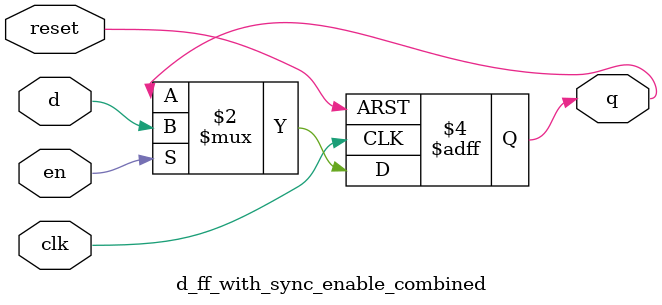
<source format=sv>
`timescale 1ns / 1ps


module d_ff_with_sync_enable_combined(
    input logic clk, reset, en, d,
    output logic q
    );
    //body
    always_ff @(posedge clk, posedge reset)
    if (reset)
        q <= 1'b0;
    else if (en)
        q <= d;
endmodule
</source>
